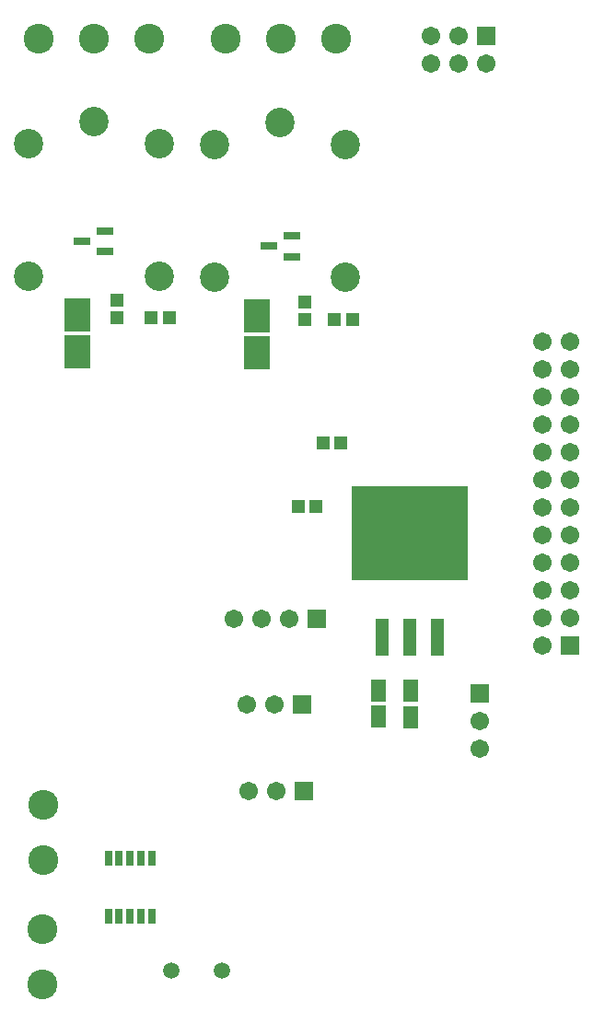
<source format=gbs>
%FSLAX25Y25*%
%MOIN*%
G70*
G01*
G75*
G04 Layer_Color=16711935*
%ADD10O,0.06890X0.02165*%
%ADD11O,0.02165X0.06890*%
G04:AMPARAMS|DCode=12|XSize=78.74mil|YSize=39.37mil|CornerRadius=7.87mil|HoleSize=0mil|Usage=FLASHONLY|Rotation=270.000|XOffset=0mil|YOffset=0mil|HoleType=Round|Shape=RoundedRectangle|*
%AMROUNDEDRECTD12*
21,1,0.07874,0.02362,0,0,270.0*
21,1,0.06299,0.03937,0,0,270.0*
1,1,0.01575,-0.01181,-0.03150*
1,1,0.01575,-0.01181,0.03150*
1,1,0.01575,0.01181,0.03150*
1,1,0.01575,0.01181,-0.03150*
%
%ADD12ROUNDEDRECTD12*%
G04:AMPARAMS|DCode=13|XSize=39.37mil|YSize=78.74mil|CornerRadius=7.87mil|HoleSize=0mil|Usage=FLASHONLY|Rotation=270.000|XOffset=0mil|YOffset=0mil|HoleType=Round|Shape=RoundedRectangle|*
%AMROUNDEDRECTD13*
21,1,0.03937,0.06299,0,0,270.0*
21,1,0.02362,0.07874,0,0,270.0*
1,1,0.01575,-0.03150,-0.01181*
1,1,0.01575,-0.03150,0.01181*
1,1,0.01575,0.03150,0.01181*
1,1,0.01575,0.03150,-0.01181*
%
%ADD13ROUNDEDRECTD13*%
%ADD14R,0.03937X0.09449*%
%ADD15R,0.12992X0.09449*%
G04:AMPARAMS|DCode=16|XSize=83mil|YSize=55mil|CornerRadius=13.75mil|HoleSize=0mil|Usage=FLASHONLY|Rotation=90.000|XOffset=0mil|YOffset=0mil|HoleType=Round|Shape=RoundedRectangle|*
%AMROUNDEDRECTD16*
21,1,0.08300,0.02750,0,0,90.0*
21,1,0.05550,0.05500,0,0,90.0*
1,1,0.02750,0.01375,0.02775*
1,1,0.02750,0.01375,-0.02775*
1,1,0.02750,-0.01375,-0.02775*
1,1,0.02750,-0.01375,0.02775*
%
%ADD16ROUNDEDRECTD16*%
%ADD17R,0.03937X0.03937*%
%ADD18R,0.03937X0.03937*%
G04:AMPARAMS|DCode=19|XSize=74.8mil|YSize=74.8mil|CornerRadius=18.7mil|HoleSize=0mil|Usage=FLASHONLY|Rotation=90.000|XOffset=0mil|YOffset=0mil|HoleType=Round|Shape=RoundedRectangle|*
%AMROUNDEDRECTD19*
21,1,0.07480,0.03740,0,0,90.0*
21,1,0.03740,0.07480,0,0,90.0*
1,1,0.03740,0.01870,0.01870*
1,1,0.03740,0.01870,-0.01870*
1,1,0.03740,-0.01870,-0.01870*
1,1,0.03740,-0.01870,0.01870*
%
%ADD19ROUNDEDRECTD19*%
G04:AMPARAMS|DCode=20|XSize=15.75mil|YSize=53.15mil|CornerRadius=3.94mil|HoleSize=0mil|Usage=FLASHONLY|Rotation=90.000|XOffset=0mil|YOffset=0mil|HoleType=Round|Shape=RoundedRectangle|*
%AMROUNDEDRECTD20*
21,1,0.01575,0.04528,0,0,90.0*
21,1,0.00787,0.05315,0,0,90.0*
1,1,0.00787,0.02264,0.00394*
1,1,0.00787,0.02264,-0.00394*
1,1,0.00787,-0.02264,-0.00394*
1,1,0.00787,-0.02264,0.00394*
%
%ADD20ROUNDEDRECTD20*%
G04:AMPARAMS|DCode=21|XSize=70.87mil|YSize=74.8mil|CornerRadius=17.72mil|HoleSize=0mil|Usage=FLASHONLY|Rotation=90.000|XOffset=0mil|YOffset=0mil|HoleType=Round|Shape=RoundedRectangle|*
%AMROUNDEDRECTD21*
21,1,0.07087,0.03937,0,0,90.0*
21,1,0.03543,0.07480,0,0,90.0*
1,1,0.03543,0.01969,0.01772*
1,1,0.03543,0.01969,-0.01772*
1,1,0.03543,-0.01969,-0.01772*
1,1,0.03543,-0.01969,0.01772*
%
%ADD21ROUNDEDRECTD21*%
G04:AMPARAMS|DCode=22|XSize=82.68mil|YSize=62.99mil|CornerRadius=15.75mil|HoleSize=0mil|Usage=FLASHONLY|Rotation=90.000|XOffset=0mil|YOffset=0mil|HoleType=Round|Shape=RoundedRectangle|*
%AMROUNDEDRECTD22*
21,1,0.08268,0.03150,0,0,90.0*
21,1,0.05118,0.06299,0,0,90.0*
1,1,0.03150,0.01575,0.02559*
1,1,0.03150,0.01575,-0.02559*
1,1,0.03150,-0.01575,-0.02559*
1,1,0.03150,-0.01575,0.02559*
%
%ADD22ROUNDEDRECTD22*%
%ADD23R,0.07087X0.08661*%
%ADD24R,0.03740X0.03937*%
%ADD25R,0.07677X0.04724*%
%ADD26R,0.03937X0.03740*%
%ADD27C,0.02000*%
%ADD28C,0.01500*%
%ADD29C,0.01000*%
%ADD30C,0.10000*%
%ADD31C,0.09843*%
%ADD32C,0.10000*%
%ADD33R,0.05906X0.05906*%
%ADD34C,0.05906*%
%ADD35R,0.05906X0.05906*%
%ADD36C,0.05118*%
%ADD37C,0.05000*%
%ADD38R,0.02284X0.04646*%
%ADD39R,0.04134X0.12992*%
%ADD40R,0.41339X0.33071*%
%ADD41R,0.05118X0.02362*%
%ADD42R,0.08661X0.11417*%
%ADD43R,0.04724X0.07677*%
%ADD44C,0.02362*%
%ADD45C,0.00984*%
%ADD46C,0.00394*%
%ADD47C,0.00787*%
%ADD48C,0.00100*%
%ADD49O,0.07690X0.02965*%
%ADD50O,0.02965X0.07690*%
G04:AMPARAMS|DCode=51|XSize=86.74mil|YSize=47.37mil|CornerRadius=11.87mil|HoleSize=0mil|Usage=FLASHONLY|Rotation=270.000|XOffset=0mil|YOffset=0mil|HoleType=Round|Shape=RoundedRectangle|*
%AMROUNDEDRECTD51*
21,1,0.08674,0.02362,0,0,270.0*
21,1,0.06299,0.04737,0,0,270.0*
1,1,0.02375,-0.01181,-0.03150*
1,1,0.02375,-0.01181,0.03150*
1,1,0.02375,0.01181,0.03150*
1,1,0.02375,0.01181,-0.03150*
%
%ADD51ROUNDEDRECTD51*%
G04:AMPARAMS|DCode=52|XSize=47.37mil|YSize=86.74mil|CornerRadius=11.87mil|HoleSize=0mil|Usage=FLASHONLY|Rotation=270.000|XOffset=0mil|YOffset=0mil|HoleType=Round|Shape=RoundedRectangle|*
%AMROUNDEDRECTD52*
21,1,0.04737,0.06299,0,0,270.0*
21,1,0.02362,0.08674,0,0,270.0*
1,1,0.02375,-0.03150,-0.01181*
1,1,0.02375,-0.03150,0.01181*
1,1,0.02375,0.03150,0.01181*
1,1,0.02375,0.03150,-0.01181*
%
%ADD52ROUNDEDRECTD52*%
%ADD53R,0.04737X0.10249*%
%ADD54R,0.13792X0.10249*%
G04:AMPARAMS|DCode=55|XSize=91mil|YSize=63mil|CornerRadius=17.75mil|HoleSize=0mil|Usage=FLASHONLY|Rotation=90.000|XOffset=0mil|YOffset=0mil|HoleType=Round|Shape=RoundedRectangle|*
%AMROUNDEDRECTD55*
21,1,0.09100,0.02750,0,0,90.0*
21,1,0.05550,0.06300,0,0,90.0*
1,1,0.03550,0.01375,0.02775*
1,1,0.03550,0.01375,-0.02775*
1,1,0.03550,-0.01375,-0.02775*
1,1,0.03550,-0.01375,0.02775*
%
%ADD55ROUNDEDRECTD55*%
%ADD56R,0.04737X0.04737*%
%ADD57R,0.04737X0.04737*%
G04:AMPARAMS|DCode=58|XSize=82.8mil|YSize=82.8mil|CornerRadius=22.7mil|HoleSize=0mil|Usage=FLASHONLY|Rotation=90.000|XOffset=0mil|YOffset=0mil|HoleType=Round|Shape=RoundedRectangle|*
%AMROUNDEDRECTD58*
21,1,0.08280,0.03740,0,0,90.0*
21,1,0.03740,0.08280,0,0,90.0*
1,1,0.04540,0.01870,0.01870*
1,1,0.04540,0.01870,-0.01870*
1,1,0.04540,-0.01870,-0.01870*
1,1,0.04540,-0.01870,0.01870*
%
%ADD58ROUNDEDRECTD58*%
G04:AMPARAMS|DCode=59|XSize=23.75mil|YSize=61.15mil|CornerRadius=7.94mil|HoleSize=0mil|Usage=FLASHONLY|Rotation=90.000|XOffset=0mil|YOffset=0mil|HoleType=Round|Shape=RoundedRectangle|*
%AMROUNDEDRECTD59*
21,1,0.02375,0.04528,0,0,90.0*
21,1,0.00787,0.06115,0,0,90.0*
1,1,0.01587,0.02264,0.00394*
1,1,0.01587,0.02264,-0.00394*
1,1,0.01587,-0.02264,-0.00394*
1,1,0.01587,-0.02264,0.00394*
%
%ADD59ROUNDEDRECTD59*%
G04:AMPARAMS|DCode=60|XSize=78.87mil|YSize=82.8mil|CornerRadius=21.72mil|HoleSize=0mil|Usage=FLASHONLY|Rotation=90.000|XOffset=0mil|YOffset=0mil|HoleType=Round|Shape=RoundedRectangle|*
%AMROUNDEDRECTD60*
21,1,0.07887,0.03937,0,0,90.0*
21,1,0.03543,0.08280,0,0,90.0*
1,1,0.04343,0.01969,0.01772*
1,1,0.04343,0.01969,-0.01772*
1,1,0.04343,-0.01969,-0.01772*
1,1,0.04343,-0.01969,0.01772*
%
%ADD60ROUNDEDRECTD60*%
G04:AMPARAMS|DCode=61|XSize=90.68mil|YSize=70.99mil|CornerRadius=19.75mil|HoleSize=0mil|Usage=FLASHONLY|Rotation=90.000|XOffset=0mil|YOffset=0mil|HoleType=Round|Shape=RoundedRectangle|*
%AMROUNDEDRECTD61*
21,1,0.09068,0.03150,0,0,90.0*
21,1,0.05118,0.07099,0,0,90.0*
1,1,0.03950,0.01575,0.02559*
1,1,0.03950,0.01575,-0.02559*
1,1,0.03950,-0.01575,-0.02559*
1,1,0.03950,-0.01575,0.02559*
%
%ADD61ROUNDEDRECTD61*%
%ADD62R,0.07887X0.09461*%
%ADD63R,0.04540X0.04737*%
%ADD64R,0.08477X0.05524*%
%ADD65R,0.04737X0.04540*%
%ADD66C,0.10642*%
%ADD67C,0.10800*%
%ADD68R,0.06706X0.06706*%
%ADD69C,0.06706*%
%ADD70R,0.06706X0.06706*%
%ADD71C,0.05918*%
%ADD72R,0.03084X0.05446*%
%ADD73R,0.04934X0.13792*%
%ADD74R,0.42139X0.33871*%
%ADD75R,0.05918X0.03162*%
%ADD76R,0.09461X0.12217*%
%ADD77R,0.05524X0.08477*%
D56*
X289567Y385138D02*
D03*
X296063D02*
D03*
X355906Y384547D02*
D03*
X362402D02*
D03*
D57*
X277067Y385236D02*
D03*
Y391732D02*
D03*
X345079Y384547D02*
D03*
Y391043D02*
D03*
D65*
X349114Y316929D02*
D03*
X342815D02*
D03*
X358169Y339862D02*
D03*
X351870D02*
D03*
D66*
X245177Y400197D02*
D03*
X292421D02*
D03*
Y448228D02*
D03*
X245177D02*
D03*
X268799Y456102D02*
D03*
X312500Y400000D02*
D03*
X359744D02*
D03*
Y448032D02*
D03*
X312500D02*
D03*
X336122Y455905D02*
D03*
D67*
X250098Y163799D02*
D03*
Y143799D02*
D03*
X250295Y208976D02*
D03*
Y188976D02*
D03*
X248602Y486221D02*
D03*
X268602D02*
D03*
X288602D02*
D03*
X316516Y486122D02*
D03*
X336516D02*
D03*
X356516D02*
D03*
D68*
X349410Y276378D02*
D03*
X344587Y213878D02*
D03*
X410827Y487205D02*
D03*
X344193Y245276D02*
D03*
D69*
X339409Y276378D02*
D03*
X329410D02*
D03*
X319409D02*
D03*
X334587Y213878D02*
D03*
X324587D02*
D03*
X431043Y376535D02*
D03*
X441043D02*
D03*
X431043Y366535D02*
D03*
X441043D02*
D03*
X431043Y356535D02*
D03*
X441043D02*
D03*
X431043Y346535D02*
D03*
X441043D02*
D03*
X431043Y336535D02*
D03*
X441043D02*
D03*
X431043Y326535D02*
D03*
X441043D02*
D03*
X431043Y316535D02*
D03*
X441043D02*
D03*
X431043Y306535D02*
D03*
X441043D02*
D03*
X431043Y296535D02*
D03*
X441043D02*
D03*
X431043Y286535D02*
D03*
X441043D02*
D03*
X431043Y276535D02*
D03*
X441043D02*
D03*
X431043Y266535D02*
D03*
X390827Y477205D02*
D03*
Y487205D02*
D03*
X400827Y477205D02*
D03*
Y487205D02*
D03*
X410827Y477205D02*
D03*
X334193Y245276D02*
D03*
X324193D02*
D03*
X408465Y229213D02*
D03*
Y239213D02*
D03*
D70*
X441043Y266535D02*
D03*
X408465Y249213D02*
D03*
D71*
X315059Y149016D02*
D03*
X296850D02*
D03*
D72*
X273917Y189567D02*
D03*
X277854D02*
D03*
X281791D02*
D03*
X285728D02*
D03*
X289665D02*
D03*
Y168622D02*
D03*
X285728D02*
D03*
X281791D02*
D03*
X277854D02*
D03*
X273917D02*
D03*
D73*
X393169Y269488D02*
D03*
X383169D02*
D03*
X373169D02*
D03*
D74*
X383169Y307087D02*
D03*
D75*
X264469Y412894D02*
D03*
X272736Y409154D02*
D03*
Y416634D02*
D03*
X332185Y411122D02*
D03*
X340453Y407382D02*
D03*
Y414862D02*
D03*
D76*
X262697Y372933D02*
D03*
Y386319D02*
D03*
X327854Y372539D02*
D03*
Y385925D02*
D03*
D77*
X383465Y250295D02*
D03*
Y240650D02*
D03*
X371850Y250394D02*
D03*
Y240748D02*
D03*
M02*

</source>
